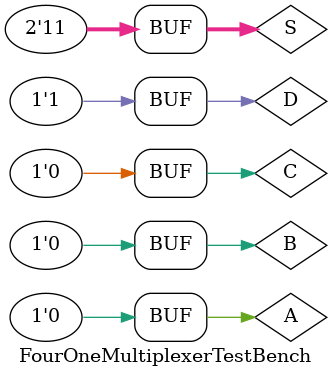
<source format=v>
`timescale 1ns / 1ps


module FourOneMultiplexerTestBench(

    );
    //Standard stuff of having my inputs be registers and outputs be wires
    //See design source for why I'm not using a bus
    reg A;
    reg B;
    reg C;
    reg D;
    reg [1:0]S;
    wire Y;
    //In the parenthesis is from the current file
    //Next to the period is from the referenced file
    FourOneMultiplexer dut(.A(A),.B(B),.C(C),.D(D),.S(S),.Y(Y));
    //Since I have 6 inputs I have a lot of combinations but I really justt need to test for 2 inputs
    //(the selection bits) since as long as 1 output is different than the rest I can test it is being selected
    initial begin
    S[0] = 0;
    S[1] = 0;
    A = 1;
    B = 0;
    C = 0;
    D = 0;
    #10;
    S[0] = 0;
    S[1] = 1;
    A = 0;
    B = 0;
    C = 1;
    D = 0;
    #10;
    S[0] = 1;
    S[1] = 0;
    A = 0;
    B = 1;
    C = 0;
    D = 0;
    #10;
    S[0] = 1;
    S[1] = 1;
    A = 0;
    B = 0;
    C = 0;
    D = 1;
    end
endmodule

</source>
